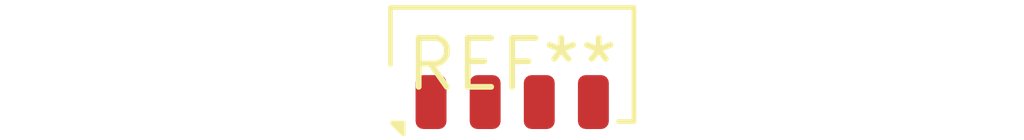
<source format=kicad_pcb>
(kicad_pcb (version 20240108) (generator pcbnew)
  (layers (0 "F.Cu" signal) (31 "B.Cu" signal) (34 "B.Paste" user) (35 "F.Paste" user) (36 "B.SilkS" user "B.Silkscreen") (37 "F.SilkS" user "F.Silkscreen") (38 "B.Mask" user) (39 "F.Mask" user) (44 "Edge.Cuts" user))
  (net 0 "")
  (footprint "Kingbright_KRC011_Vertical" (layer "F.Cu") (at 0 0)
    (property "Reference" "REF**")
    (property "Value" "Kingbright_KRC011_Vertical")
    (fp_line (start -3.15 -1.48) (end -3.15 0) (layer "F.SilkS") (stroke (width 0.12)))
    (fp_line (start 3.15 -1.48) (end -3.15 -1.48) (layer "F.SilkS") (stroke (width 0.12)))
    (fp_line (start 3.15 -1.48) (end 3.15 1.48) (layer "F.SilkS") (stroke (width 0.12)))
    (fp_line (start 3.15 1.48) (end 2.75 1.48) (layer "F.SilkS") (stroke (width 0.12)))
    (fp_poly (pts (xy -2.82 1.52) (xy -2.82 1.8) (xy -3.1 1.52) (xy -2.82 1.52)) (layer "F.SilkS") (stroke (width 0.12)) (fill solid))
    (pad "1" smd roundrect (at -2.1 0.975) (size 0.8 1.4) (layers "F.Cu" "F.Paste" "F.Mask"))
    (pad "2" smd roundrect (at -0.7 0.975) (size 0.8 1.4) (layers "F.Cu" "F.Paste" "F.Mask"))
    (pad "3" smd roundrect (at 0.7 0.975) (size 0.8 1.4) (layers "F.Cu" "F.Paste" "F.Mask"))
    (pad "4" smd roundrect (at 2.1 0.975) (size 0.8 1.4) (layers "F.Cu" "F.Paste" "F.Mask"))
  )
)
</source>
